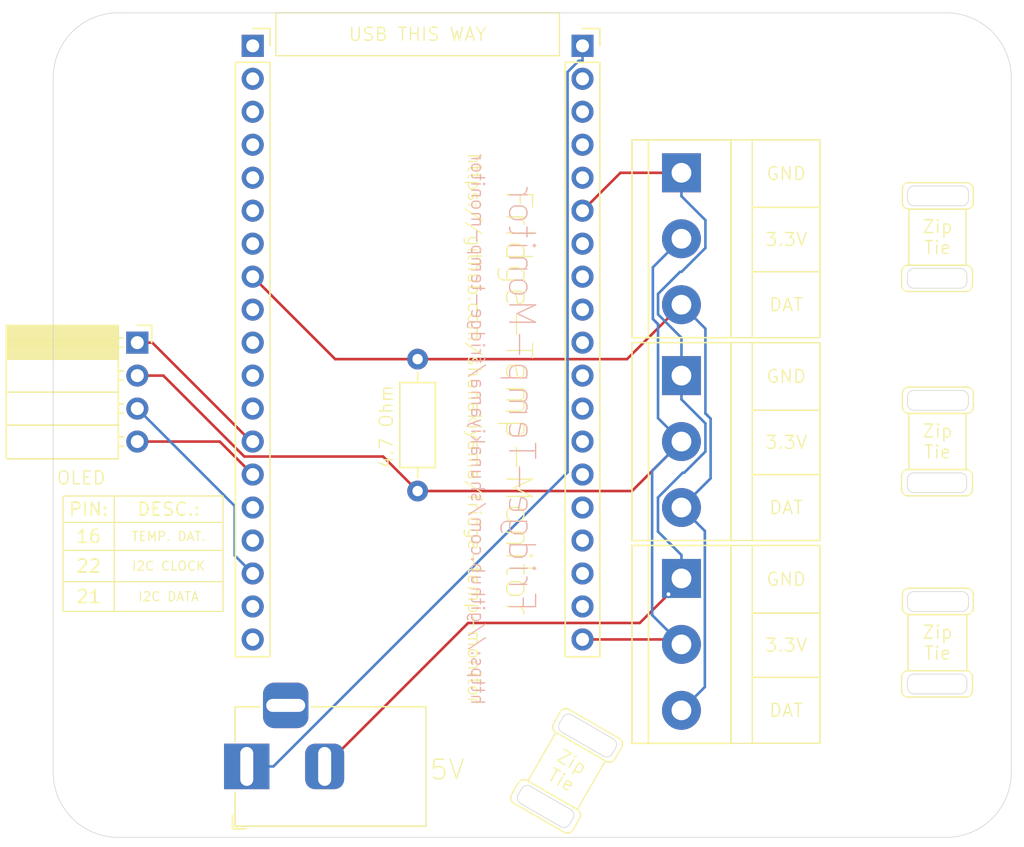
<source format=kicad_pcb>
(kicad_pcb (version 20241229) (generator "pcbnew") (generator_version "9.0")
  (layers (0 "F.Cu" signal) (2 "B.Cu" signal) (13 "F.Paste" user) (15 "B.Paste" user) (5 "F.SilkS" user "F.Silkscreen") (7 "B.SilkS" user "B.Silkscreen") (1 "F.Mask" user) (3 "B.Mask" user) (25 "Edge.Cuts" user))
  (net 0 "")
  (net 2 "Net-(J1-Pin_19)")
  (net 3 "Net-(J1-Pin_6)")
  (net 4 "Net-(J2-Pin_8)")
  (net 28 "Net-(J2-Pin_17)")
  (net 34 "Net-(J2-Pin_14)")
  (net 35 "Net-(J2-Pin_13)")
  (net 38 "Net-(J1-Pin_1)")
  (footprint "TerminalBlock:TerminalBlock_bornier-3_P5.08mm" (layer "F.Cu") (at 162.56 83.82 -90)
    (property "Reference" "J4" (hide yes))
    (property "Value" "DS18B12")
    (fp_line (start -2.54 3.81) (end 12.7 3.81) (stroke (width 0.12)) (layer "F.SilkS"))
    (fp_line (start -2.54 3.81) (end -2.54 -3.81) (stroke (width 0.12)) (layer "F.SilkS"))
    (fp_line (start 12.7 3.81) (end 12.7 -3.81) (stroke (width 0.12)) (layer "F.SilkS"))
    (fp_line (start -2.54 2.54) (end 12.7 2.54) (stroke (width 0.12)) (layer "F.SilkS"))
    (fp_line (start -2.54 -3.81) (end 12.7 -3.81) (stroke (width 0.12)) (layer "F.SilkS"))
    (pad "1" thru_hole rect (at 0 0 270) (size 3 3) (drill 1.52) (layers "*.Cu" "*.Mask") (net 3 "Net-(J1-Pin_6)"))
    (pad "2" thru_hole circle (at 5.08 0 270) (size 3 3) (drill 1.52) (layers "*.Cu" "*.Mask") (net 2 "Net-(J1-Pin_19)"))
    (pad "3" thru_hole circle (at 10.16 0 270) (size 3 3) (drill 1.52) (layers "*.Cu" "*.Mask") (net 4 "Net-(J2-Pin_8)"))
  )
  (footprint "Resistor_THT:R_Axial_DIN0207_L6.3mm_D2.5mm_P10.16mm_Horizontal" (layer "F.Cu") (at 142.24 92.71 90)
    (property "Reference" "R1" (hide yes))
    (property "Value" "4.7 Ohm")
    (fp_line (start 8.35 -1.37) (end 1.81 -1.37) (stroke (width 0.12)) (layer "F.SilkS"))
    (fp_line (start 1.81 -1.37) (end 1.81 1.37) (stroke (width 0.12)) (layer "F.SilkS"))
    (fp_line (start 9.12 0) (end 8.35 0) (stroke (width 0.12)) (layer "F.SilkS"))
    (fp_line (start 1.04 0) (end 1.81 0) (stroke (width 0.12)) (layer "F.SilkS"))
    (fp_line (start 8.35 1.37) (end 8.35 -1.37) (stroke (width 0.12)) (layer "F.SilkS"))
    (fp_line (start 1.81 1.37) (end 8.35 1.37) (stroke (width 0.12)) (layer "F.SilkS"))
    (pad "1" thru_hole circle (at 0 0 90) (size 1.6 1.6) (drill 0.8) (layers "*.Cu" "*.Mask") (net 2 "Net-(J1-Pin_19)"))
    (pad "2" thru_hole oval (at 10.16 0 90) (size 1.6 1.6) (drill 0.8) (layers "*.Cu" "*.Mask") (net 4 "Net-(J2-Pin_8)"))
  )
  (footprint "TerminalBlock:TerminalBlock_bornier-3_P5.08mm" (layer "F.Cu") (at 162.56 99.441 -90)
    (property "Reference" "J5" (hide yes))
    (property "Value" "DS18B12")
    (fp_line (start -2.54 3.81) (end 12.7 3.81) (stroke (width 0.12)) (layer "F.SilkS"))
    (fp_line (start -2.54 3.81) (end -2.54 -3.81) (stroke (width 0.12)) (layer "F.SilkS"))
    (fp_line (start 12.7 3.81) (end 12.7 -3.81) (stroke (width 0.12)) (layer "F.SilkS"))
    (fp_line (start -2.54 2.54) (end 12.7 2.54) (stroke (width 0.12)) (layer "F.SilkS"))
    (fp_line (start -2.54 -3.81) (end 12.7 -3.81) (stroke (width 0.12)) (layer "F.SilkS"))
    (pad "1" thru_hole rect (at 0 0 270) (size 3 3) (drill 1.52) (layers "*.Cu" "*.Mask") (net 3 "Net-(J1-Pin_6)"))
    (pad "2" thru_hole circle (at 5.08 0 270) (size 3 3) (drill 1.52) (layers "*.Cu" "*.Mask") (net 2 "Net-(J1-Pin_19)"))
    (pad "3" thru_hole circle (at 10.16 0 270) (size 3 3) (drill 1.52) (layers "*.Cu" "*.Mask") (net 4 "Net-(J2-Pin_8)"))
  )
  (footprint "Connector_PinSocket_2.54mm:PinSocket_1x04_P2.54mm_Horizontal" (layer "F.Cu") (at 120.65 81.28)
    (property "Reference" "J7" (hide yes))
    (property "Value" "OLED")
    (fp_line (start -10.09 -1.33) (end -10.09 8.95) (stroke (width 0.12)) (layer "F.SilkS"))
    (fp_line (start -10.09 -1.33) (end -1.46 -1.33) (stroke (width 0.12)) (layer "F.SilkS"))
    (fp_line (start -10.09 -1.21) (end -1.46 -1.21) (stroke (width 0.12)) (layer "F.SilkS"))
    (fp_line (start -10.09 -1.091905) (end -1.46 -1.091905) (stroke (width 0.12)) (layer "F.SilkS"))
    (fp_line (start -10.09 -0.97381) (end -1.46 -0.97381) (stroke (width 0.12)) (layer "F.SilkS"))
    (fp_line (start -10.09 -0.855715) (end -1.46 -0.855715) (stroke (width 0.12)) (layer "F.SilkS"))
    (fp_line (start -10.09 -0.73762) (end -1.46 -0.73762) (stroke (width 0.12)) (layer "F.SilkS"))
    (fp_line (start -10.09 -0.619525) (end -1.46 -0.619525) (stroke (width 0.12)) (layer "F.SilkS"))
    (fp_line (start -10.09 -0.50143) (end -1.46 -0.50143) (stroke (width 0.12)) (layer "F.SilkS"))
    (fp_line (start -10.09 -0.383335) (end -1.46 -0.383335) (stroke (width 0.12)) (layer "F.SilkS"))
    (fp_line (start -10.09 -0.26524) (end -1.46 -0.26524) (stroke (width 0.12)) (layer "F.SilkS"))
    (fp_line (start -10.09 -0.147145) (end -1.46 -0.147145) (stroke (width 0.12)) (layer "F.SilkS"))
    (fp_line (start -10.09 -0.02905) (end -1.46 -0.02905) (stroke (width 0.12)) (layer "F.SilkS"))
    (fp_line (start -10.09 0.089045) (end -1.46 0.089045) (stroke (width 0.12)) (layer "F.SilkS"))
    (fp_line (start -10.09 0.20714) (end -1.46 0.20714) (stroke (width 0.12)) (layer "F.SilkS"))
    (fp_line (start -10.09 0.325235) (end -1.46 0.325235) (stroke (width 0.12)) (layer "F.SilkS"))
    (fp_line (start -10.09 0.44333) (end -1.46 0.44333) (stroke (width 0.12)) (layer "F.SilkS"))
    (fp_line (start -10.09 0.561425) (end -1.46 0.561425) (stroke (width 0.12)) (layer "F.SilkS"))
    (fp_line (start -10.09 0.67952) (end -1.46 0.67952) (stroke (width 0.12)) (layer "F.SilkS"))
    (fp_line (start -10.09 0.797615) (end -1.46 0.797615) (stroke (width 0.12)) (layer "F.SilkS"))
    (fp_line (start -10.09 0.91571) (end -1.46 0.91571) (stroke (width 0.12)) (layer "F.SilkS"))
    (fp_line (start -10.09 1.033805) (end -1.46 1.033805) (stroke (width 0.12)) (layer "F.SilkS"))
    (fp_line (start -10.09 1.1519) (end -1.46 1.1519) (stroke (width 0.12)) (layer "F.SilkS"))
    (fp_line (start -10.09 1.27) (end -1.46 1.27) (stroke (width 0.12)) (layer "F.SilkS"))
    (fp_line (start -10.09 3.81) (end -1.46 3.81) (stroke (width 0.12)) (layer "F.SilkS"))
    (fp_line (start -10.09 6.35) (end -1.46 6.35) (stroke (width 0.12)) (layer "F.SilkS"))
    (fp_line (start -10.09 8.95) (end -1.46 8.95) (stroke (width 0.12)) (layer "F.SilkS"))
    (fp_line (start -1.46 -1.33) (end -1.46 8.95) (stroke (width 0.12)) (layer "F.SilkS"))
    (fp_line (start -1.46 -0.36) (end -1.11 -0.36) (stroke (width 0.12)) (layer "F.SilkS"))
    (fp_line (start -1.46 0.36) (end -1.11 0.36) (stroke (width 0.12)) (layer "F.SilkS"))
    (fp_line (start -1.46 2.18) (end -1.05 2.18) (stroke (width 0.12)) (layer "F.SilkS"))
    (fp_line (start -1.46 2.9) (end -1.05 2.9) (stroke (width 0.12)) (layer "F.SilkS"))
    (fp_line (start -1.46 4.72) (end -1.05 4.72) (stroke (width 0.12)) (layer "F.SilkS"))
    (fp_line (start -1.46 5.44) (end -1.05 5.44) (stroke (width 0.12)) (layer "F.SilkS"))
    (fp_line (start -1.46 7.26) (end -1.05 7.26) (stroke (width 0.12)) (layer "F.SilkS"))
    (fp_line (start -1.46 7.98) (end -1.05 7.98) (stroke (width 0.12)) (layer "F.SilkS"))
    (fp_line (start 0 -1.33) (end 1.11 -1.33) (stroke (width 0.12)) (layer "F.SilkS"))
    (fp_line (start 1.11 -1.33) (end 1.11 0) (stroke (width 0.12)) (layer "F.SilkS"))
    (pad "1" thru_hole rect (at 0 0) (size 1.7 1.7) (drill 1) (layers "*.Cu" "*.Mask") (net 35 "Net-(J2-Pin_13)"))
    (pad "2" thru_hole circle (at 0 2.54) (size 1.7 1.7) (drill 1) (layers "*.Cu" "*.Mask") (net 2 "Net-(J1-Pin_19)"))
    (pad "3" thru_hole circle (at 0 5.08) (size 1.7 1.7) (drill 1) (layers "*.Cu" "*.Mask") (net 28 "Net-(J2-Pin_17)"))
    (pad "4" thru_hole circle (at 0 7.62) (size 1.7 1.7) (drill 1) (layers "*.Cu" "*.Mask") (net 34 "Net-(J2-Pin_14)"))
  )
  (footprint "TerminalBlock:TerminalBlock_bornier-3_P5.08mm" (layer "F.Cu") (at 162.56 68.199 -90)
    (property "Reference" "J3" (hide yes))
    (property "Value" "DS18B12")
    (fp_line (start -2.54 3.81) (end 12.7 3.81) (stroke (width 0.12)) (layer "F.SilkS"))
    (fp_line (start -2.54 3.81) (end -2.54 -3.81) (stroke (width 0.12)) (layer "F.SilkS"))
    (fp_line (start 12.7 3.81) (end 12.7 -3.81) (stroke (width 0.12)) (layer "F.SilkS"))
    (fp_line (start -2.54 2.54) (end 12.7 2.54) (stroke (width 0.12)) (layer "F.SilkS"))
    (fp_line (start -2.54 -3.81) (end 12.7 -3.81) (stroke (width 0.12)) (layer "F.SilkS"))
    (pad "1" thru_hole rect (at 0 0 270) (size 3 3) (drill 1.52) (layers "*.Cu" "*.Mask") (net 3 "Net-(J1-Pin_6)"))
    (pad "2" thru_hole circle (at 5.08 0 270) (size 3 3) (drill 1.52) (layers "*.Cu" "*.Mask") (net 2 "Net-(J1-Pin_19)"))
    (pad "3" thru_hole circle (at 10.16 0 270) (size 3 3) (drill 1.52) (layers "*.Cu" "*.Mask") (net 4 "Net-(J2-Pin_8)"))
  )
  (footprint "MountingHole:MountingHole_5mm" (layer "F.Cu") (at 120.396 113.284)
    (property "Reference" "Bottom_Left" (hide yes))
    (property "Value" "MountingHole_5mm")
    (pad "" np_thru_hole circle (at 0 0) (size 5 5) (drill 5) (layers "*.Cu" "*.Mask"))
  )
  (footprint "MountingHole:MountingHole_5mm" (layer "F.Cu") (at 181.61 62.23 90)
    (property "Reference" "Top_Right" (hide yes))
    (property "Value" "MountingHole_5mm")
    (pad "" np_thru_hole circle (at 0 0 90) (size 5 5) (drill 5) (layers "*.Cu" "*.Mask"))
  )
  (footprint "Connector_PinSocket_2.54mm:PinSocket_1x19_P2.54mm_Vertical" (layer "F.Cu") (at 129.54 58.42)
    (property "Reference" "J2" (hide yes))
    (property "Value" "ESP32_LEG" (hide yes))
    (fp_line (start -1.33 1.27) (end -1.33 47.05) (stroke (width 0.12)) (layer "F.SilkS"))
    (fp_line (start -1.33 1.27) (end 1.33 1.27) (stroke (width 0.12)) (layer "F.SilkS"))
    (fp_line (start -1.33 47.05) (end 1.33 47.05) (stroke (width 0.12)) (layer "F.SilkS"))
    (fp_line (start 0 -1.33) (end 1.33 -1.33) (stroke (width 0.12)) (layer "F.SilkS"))
    (fp_line (start 1.33 -1.33) (end 1.33 0) (stroke (width 0.12)) (layer "F.SilkS"))
    (fp_line (start 1.33 1.27) (end 1.33 47.05) (stroke (width 0.12)) (layer "F.SilkS"))
    (pad "1" thru_hole rect (at 0 0) (size 1.7 1.7) (drill 1) (layers "*.Cu" "*.Mask"))
    (pad "2" thru_hole circle (at 0 2.54) (size 1.7 1.7) (drill 1) (layers "*.Cu" "*.Mask"))
    (pad "3" thru_hole circle (at 0 5.08) (size 1.7 1.7) (drill 1) (layers "*.Cu" "*.Mask"))
    (pad "4" thru_hole circle (at 0 7.62) (size 1.7 1.7) (drill 1) (layers "*.Cu" "*.Mask"))
    (pad "5" thru_hole circle (at 0 10.16) (size 1.7 1.7) (drill 1) (layers "*.Cu" "*.Mask"))
    (pad "6" thru_hole circle (at 0 12.7) (size 1.7 1.7) (drill 1) (layers "*.Cu" "*.Mask"))
    (pad "7" thru_hole circle (at 0 15.24) (size 1.7 1.7) (drill 1) (layers "*.Cu" "*.Mask"))
    (pad "8" thru_hole circle (at 0 17.78) (size 1.7 1.7) (drill 1) (layers "*.Cu" "*.Mask") (net 4 "Net-(J2-Pin_8)"))
    (pad "9" thru_hole circle (at 0 20.32) (size 1.7 1.7) (drill 1) (layers "*.Cu" "*.Mask"))
    (pad "10" thru_hole circle (at 0 22.86) (size 1.7 1.7) (drill 1) (layers "*.Cu" "*.Mask"))
    (pad "11" thru_hole circle (at 0 25.4) (size 1.7 1.7) (drill 1) (layers "*.Cu" "*.Mask"))
    (pad "12" thru_hole circle (at 0 27.94) (size 1.7 1.7) (drill 1) (layers "*.Cu" "*.Mask"))
    (pad "13" thru_hole circle (at 0 30.48) (size 1.7 1.7) (drill 1) (layers "*.Cu" "*.Mask") (net 35 "Net-(J2-Pin_13)"))
    (pad "14" thru_hole circle (at 0 33.02) (size 1.7 1.7) (drill 1) (layers "*.Cu" "*.Mask") (net 34 "Net-(J2-Pin_14)"))
    (pad "15" thru_hole circle (at 0 35.56) (size 1.7 1.7) (drill 1) (layers "*.Cu" "*.Mask"))
    (pad "16" thru_hole circle (at 0 38.1) (size 1.7 1.7) (drill 1) (layers "*.Cu" "*.Mask"))
    (pad "17" thru_hole circle (at 0 40.64) (size 1.7 1.7) (drill 1) (layers "*.Cu" "*.Mask") (net 28 "Net-(J2-Pin_17)"))
    (pad "18" thru_hole circle (at 0 43.18) (size 1.7 1.7) (drill 1) (layers "*.Cu" "*.Mask"))
    (pad "19" thru_hole circle (at 0 45.72) (size 1.7 1.7) (drill 1) (layers "*.Cu" "*.Mask"))
  )
  (footprint "Connector_PinSocket_2.54mm:PinSocket_1x19_P2.54mm_Vertical" (layer "F.Cu") (at 154.94 58.42)
    (property "Reference" "J1" (hide yes))
    (property "Value" "ESP32_LEG" (hide yes))
    (fp_line (start -1.33 1.27) (end -1.33 47.05) (stroke (width 0.12)) (layer "F.SilkS"))
    (fp_line (start -1.33 1.27) (end 1.33 1.27) (stroke (width 0.12)) (layer "F.SilkS"))
    (fp_line (start -1.33 47.05) (end 1.33 47.05) (stroke (width 0.12)) (layer "F.SilkS"))
    (fp_line (start 0 -1.33) (end 1.33 -1.33) (stroke (width 0.12)) (layer "F.SilkS"))
    (fp_line (start 1.33 -1.33) (end 1.33 0) (stroke (width 0.12)) (layer "F.SilkS"))
    (fp_line (start 1.33 1.27) (end 1.33 47.05) (stroke (width 0.12)) (layer "F.SilkS"))
    (pad "1" thru_hole rect (at 0 0) (size 1.7 1.7) (drill 1) (layers "*.Cu" "*.Mask") (net 38 "Net-(J1-Pin_1)"))
    (pad "2" thru_hole circle (at 0 2.54) (size 1.7 1.7) (drill 1) (layers "*.Cu" "*.Mask"))
    (pad "3" thru_hole circle (at 0 5.08) (size 1.7 1.7) (drill 1) (layers "*.Cu" "*.Mask"))
    (pad "4" thru_hole circle (at 0 7.62) (size 1.7 1.7) (drill 1) (layers "*.Cu" "*.Mask"))
    (pad "5" thru_hole circle (at 0 10.16) (size 1.7 1.7) (drill 1) (layers "*.Cu" "*.Mask"))
    (pad "6" thru_hole circle (at 0 12.7) (size 1.7 1.7) (drill 1) (layers "*.Cu" "*.Mask") (net 3 "Net-(J1-Pin_6)"))
    (pad "7" thru_hole circle (at 0 15.24) (size 1.7 1.7) (drill 1) (layers "*.Cu" "*.Mask"))
    (pad "8" thru_hole circle (at 0 17.78) (size 1.7 1.7) (drill 1) (layers "*.Cu" "*.Mask"))
    (pad "9" thru_hole circle (at 0 20.32) (size 1.7 1.7) (drill 1) (layers "*.Cu" "*.Mask"))
    (pad "10" thru_hole circle (at 0 22.86) (size 1.7 1.7) (drill 1) (layers "*.Cu" "*.Mask"))
    (pad "11" thru_hole circle (at 0 25.4) (size 1.7 1.7) (drill 1) (layers "*.Cu" "*.Mask"))
    (pad "12" thru_hole circle (at 0 27.94) (size 1.7 1.7) (drill 1) (layers "*.Cu" "*.Mask"))
    (pad "13" thru_hole circle (at 0 30.48) (size 1.7 1.7) (drill 1) (layers "*.Cu" "*.Mask"))
    (pad "14" thru_hole circle (at 0 33.02) (size 1.7 1.7) (drill 1) (layers "*.Cu" "*.Mask"))
    (pad "15" thru_hole circle (at 0 35.56) (size 1.7 1.7) (drill 1) (layers "*.Cu" "*.Mask"))
    (pad "16" thru_hole circle (at 0 38.1) (size 1.7 1.7) (drill 1) (layers "*.Cu" "*.Mask"))
    (pad "17" thru_hole circle (at 0 40.64) (size 1.7 1.7) (drill 1) (layers "*.Cu" "*.Mask"))
    (pad "18" thru_hole circle (at 0 43.18) (size 1.7 1.7) (drill 1) (layers "*.Cu" "*.Mask"))
    (pad "19" thru_hole circle (at 0 45.72) (size 1.7 1.7) (drill 1) (layers "*.Cu" "*.Mask") (net 2 "Net-(J1-Pin_19)"))
  )
  (footprint "Connector_BarrelJack:BarrelJack_Horizontal" (layer "F.Cu") (at 129.08 113.92 180)
    (property "Reference" "J6" (hide yes))
    (property "Value" "Barrel_Jack_Switch" (hide yes))
    (fp_line (start 1.1 -3.75) (end 1.1 -4.8) (stroke (width 0.12)) (layer "F.SilkS"))
    (fp_line (start 0.9 4.6) (end -1 4.6) (stroke (width 0.12)) (layer "F.SilkS"))
    (fp_line (start 0.9 1.9) (end 0.9 4.6) (stroke (width 0.12)) (layer "F.SilkS"))
    (fp_line (start 0.9 -4.6) (end 0.9 -2) (stroke (width 0.12)) (layer "F.SilkS"))
    (fp_line (start 0.05 -4.8) (end 1.1 -4.8) (stroke (width 0.12)) (layer "F.SilkS"))
    (fp_line (start -5 4.6) (end -13.8 4.6) (stroke (width 0.12)) (layer "F.SilkS"))
    (fp_line (start -13.8 4.6) (end -13.8 -4.6) (stroke (width 0.12)) (layer "F.SilkS"))
    (fp_line (start -13.8 -4.6) (end 0.9 -4.6) (stroke (width 0.12)) (layer "F.SilkS"))
    (pad "1" thru_hole rect (at 0 0 180) (size 3.5 3.5) (drill oval 1 3) (layers "*.Cu" "*.Mask") (net 38 "Net-(J1-Pin_1)"))
    (pad "2" thru_hole roundrect (at -6 0 180) (size 3 3.5) (drill oval 1 3) (layers "*.Cu" "*.Mask") (net 3 "Net-(J1-Pin_6)"))
    (pad "3" thru_hole roundrect (at -3 4.7 180) (size 3.5 3.5) (drill oval 3 1) (layers "*.Cu" "*.Mask"))
  )
  (footprint "MountingHole:MountingHole_5mm" (layer "F.Cu") (at 181.61 113.284)
    (property "Reference" "Bottom_Right" (hide yes))
    (property "Value" "MountingHole_5mm")
    (pad "" np_thru_hole circle (at 0 0) (size 5 5) (drill 5) (layers "*.Cu" "*.Mask"))
  )
  (footprint "MountingHole:MountingHole_5mm" (layer "F.Cu") (at 120.396 61.976)
    (property "Reference" "Top_Left" (hide yes))
    (property "Value" "MountingHole_5mm")
    (pad "" np_thru_hole circle (at 0 0) (size 5 5) (drill 5) (layers "*.Cu" "*.Mask"))
  )
  (gr_arc (start 179.5145 107.045) (mid 179.660947 106.691447) (end 180.0145 106.545) (stroke (width 0.1)) (layer "F.SilkS"))
  (gr_line (start 179.5145 76.843) (end 179.5145 75.811) (stroke (width 0.1)) (layer "F.SilkS"))
  (gr_arc (start 184.9755 76.843) (mid 184.829053 77.196553) (end 184.4755 77.343) (stroke (width 0.1)) (layer "F.SilkS"))
  (gr_line (start 184.4755 93.083) (end 180.0145 93.083) (stroke (width 0.1)) (layer "F.SilkS"))
  (gr_line (start 185.039 100.695) (end 185.039 101.727) (stroke (width 0.1)) (layer "F.SilkS"))
  (gr_arc (start 184.4755 106.545) (mid 184.829053 106.691447) (end 184.9755 107.045) (stroke (width 0.1)) (layer "F.SilkS"))
  (gr_line (start 185.039 69.461) (end 185.039 70.493) (stroke (width 0.1)) (layer "F.SilkS"))
  (gr_line (start 180.0145 91.051) (end 184.4755 91.051) (stroke (width 0.1)) (layer "F.SilkS"))
  (gr_arc (start 184.9755 108.077) (mid 184.829053 108.430553) (end 184.4755 108.577) (stroke (width 0.1)) (layer "F.SilkS"))
  (gr_arc (start 149.994248 115.187147) (mid 150.297851 114.954184) (end 150.677261 115.004134) (stroke (width 0.1)) (layer "F.SilkS"))
  (gr_line (start 179.578 86.233) (end 179.578 85.201) (stroke (width 0.1)) (layer "F.SilkS"))
  (gr_arc (start 179.5145 75.811) (mid 179.660947 75.457447) (end 180.0145 75.311) (stroke (width 0.1)) (layer "F.SilkS"))
  (gr_line (start 168.021 96.901) (end 168.021 112.141) (stroke (width 0.1)) (layer "F.SilkS"))
  (gr_line (start 180.078 84.701) (end 184.539 84.701) (stroke (width 0.1)) (layer "F.SilkS"))
  (gr_line (start 184.539 70.993) (end 180.078 70.993) (stroke (width 0.1)) (layer "F.SilkS"))
  (gr_line (start 184.9755 91.551) (end 184.9755 92.583) (stroke (width 0.1)) (layer "F.SilkS"))
  (gr_line (start 150.677261 115.004134) (end 154.5406 117.234634) (stroke (width 0.1)) (layer "F.SilkS"))
  (gr_arc (start 154.207613 118.811385) (mid 153.904009 119.044347) (end 153.5246 118.994397) (stroke (width 0.1)) (layer "F.SilkS"))
  (gr_line (start 179.5145 92.583) (end 179.5145 91.551) (stroke (width 0.1)) (layer "F.SilkS"))
  (gr_line (start 156.754593 113.526886) (end 152.891254 111.296386) (stroke (width 0.1)) (layer "F.SilkS"))
  (gr_line (start 184.539 102.227) (end 180.078 102.227) (stroke (width 0.1)) (layer "F.SilkS"))
  (gr_arc (start 179.5145 91.551) (mid 179.660947 91.197447) (end 180.0145 91.051) (stroke (width 0.1)) (layer "F.SilkS"))
  (gr_arc (start 180.0145 108.577) (mid 179.660947 108.430553) (end 179.5145 108.077) (stroke (width 0.1)) (layer "F.SilkS"))
  (gr_line (start 152.708241 110.613373) (end 153.224241 109.719635) (stroke (width 0.1)) (layer "F.SilkS"))
  (gr_arc (start 185.039 70.493) (mid 184.892553 70.846553) (end 184.539 70.993) (stroke (width 0.1)) (layer "F.SilkS"))
  (gr_line (start 179.5145 108.077) (end 179.5145 107.045) (stroke (width 0.1)) (layer "F.SilkS"))
  (gr_arc (start 184.539 84.701) (mid 184.892553 84.847447) (end 185.039 85.201) (stroke (width 0.1)) (layer "F.SilkS"))
  (gr_arc (start 185.039 86.233) (mid 184.892553 86.586553) (end 184.539 86.733) (stroke (width 0.1)) (layer "F.SilkS"))
  (gr_arc (start 184.9755 92.583) (mid 184.829053 92.936553) (end 184.4755 93.083) (stroke (width 0.1)) (layer "F.SilkS"))
  (gr_line (start 168.021 81.28) (end 168.021 96.52) (stroke (width 0.1)) (layer "F.SilkS"))
  (gr_arc (start 179.578 85.201) (mid 179.724447 84.847447) (end 180.078 84.701) (stroke (width 0.1)) (layer "F.SilkS"))
  (gr_arc (start 185.039 101.727) (mid 184.892553 102.080553) (end 184.539 102.227) (stroke (width 0.1)) (layer "F.SilkS"))
  (gr_line (start 184.9755 75.811) (end 184.9755 76.843) (stroke (width 0.1)) (layer "F.SilkS"))
  (gr_arc (start 179.578 69.461) (mid 179.724447 69.107447) (end 180.078 68.961) (stroke (width 0.1)) (layer "F.SilkS"))
  (gr_arc (start 152.891254 111.296386) (mid 152.658291 110.992783) (end 152.708241 110.613373) (stroke (width 0.1)) (layer "F.SilkS"))
  (gr_arc (start 184.539 68.961) (mid 184.892553 69.107447) (end 185.039 69.461) (stroke (width 0.1)) (layer "F.SilkS"))
  (gr_arc (start 180.078 70.993) (mid 179.724447 70.846553) (end 179.578 70.493) (stroke (width 0.1)) (layer "F.SilkS"))
  (gr_line (start 149.478248 116.080885) (end 149.994248 115.187147) (stroke (width 0.1)) (layer "F.SilkS"))
  (gr_line (start 180.0145 75.311) (end 184.4755 75.311) (stroke (width 0.1)) (layer "F.SilkS"))
  (gr_arc (start 184.4755 91.051) (mid 184.829053 91.197447) (end 184.9755 91.551) (stroke (width 0.1)) (layer "F.SilkS"))
  (gr_line (start 179.578 101.727) (end 179.578 100.695) (stroke (width 0.1)) (layer "F.SilkS"))
  (gr_arc (start 180.0145 93.083) (mid 179.660947 92.936553) (end 179.5145 92.583) (stroke (width 0.1)) (layer "F.SilkS"))
  (gr_line (start 180.078 68.961) (end 184.539 68.961) (stroke (width 0.1)) (layer "F.SilkS"))
  (gr_line (start 180.078 100.195) (end 184.539 100.195) (stroke (width 0.1)) (layer "F.SilkS"))
  (gr_line (start 153.5246 118.994397) (end 149.661261 116.763897) (stroke (width 0.1)) (layer "F.SilkS"))
  (gr_line (start 185.039 85.201) (end 185.039 86.233) (stroke (width 0.1)) (layer "F.SilkS"))
  (gr_arc (start 180.078 86.733) (mid 179.724447 86.586553) (end 179.578 86.233) (stroke (width 0.1)) (layer "F.SilkS"))
  (gr_arc (start 149.661261 116.763897) (mid 149.428298 116.460294) (end 149.478248 116.080885) (stroke (width 0.1)) (layer "F.SilkS"))
  (gr_line (start 154.723613 117.917647) (end 154.207613 118.811385) (stroke (width 0.1)) (layer "F.SilkS"))
  (gr_arc (start 154.5406 117.234634) (mid 154.773563 117.538237) (end 154.723613 117.917647) (stroke (width 0.1)) (layer "F.SilkS"))
  (gr_line (start 184.9755 107.045) (end 184.9755 108.077) (stroke (width 0.1)) (layer "F.SilkS"))
  (gr_line (start 184.4755 108.577) (end 180.0145 108.577) (stroke (width 0.1)) (layer "F.SilkS"))
  (gr_line (start 168.021 65.659) (end 168.021 80.899) (stroke (width 0.1)) (layer "F.SilkS"))
  (gr_arc (start 157.770593 111.767123) (mid 158.003556 112.070726) (end 157.953606 112.450135) (stroke (width 0.1)) (layer "F.SilkS"))
  (gr_line (start 180.0145 106.545) (end 184.4755 106.545) (stroke (width 0.1)) (layer "F.SilkS"))
  (gr_line (start 184.4755 77.343) (end 180.0145 77.343) (stroke (width 0.1)) (layer "F.SilkS"))
  (gr_arc (start 157.437606 113.343873) (mid 157.134003 113.576836) (end 156.754593 113.526886) (stroke (width 0.1)) (layer "F.SilkS"))
  (gr_rect (start 166.37 81.28) (end 173.228 96.52) (stroke (width 0.1)) (fill no) (layer "F.SilkS"))
  (gr_rect (start 166.37 65.659) (end 173.228 80.899) (stroke (width 0.1)) (fill no) (layer "F.SilkS"))
  (gr_line (start 157.953606 112.450135) (end 157.437606 113.343873) (stroke (width 0.1)) (layer "F.SilkS"))
  (gr_arc (start 184.539 100.195) (mid 184.892553 100.341447) (end 185.039 100.695) (stroke (width 0.1)) (layer "F.SilkS"))
  (gr_arc (start 184.4755 75.311) (mid 184.829053 75.457447) (end 184.9755 75.811) (stroke (width 0.1)) (layer "F.SilkS"))
  (gr_line (start 179.578 70.493) (end 179.578 69.461) (stroke (width 0.1)) (layer "F.SilkS"))
  (gr_line (start 184.539 86.733) (end 180.078 86.733) (stroke (width 0.1)) (layer "F.SilkS"))
  (gr_arc (start 153.224241 109.719635) (mid 153.527845 109.486673) (end 153.907254 109.536623) (stroke (width 0.1)) (layer "F.SilkS"))
  (gr_rect (start 166.37 96.901) (end 173.228 112.141) (stroke (width 0.1)) (fill no) (layer "F.SilkS"))
  (gr_arc (start 180.078 102.227) (mid 179.724447 102.080553) (end 179.578 101.727) (stroke (width 0.1)) (layer "F.SilkS"))
  (gr_arc (start 180.0145 77.343) (mid 179.660947 77.196553) (end 179.5145 76.843) (stroke (width 0.1)) (layer "F.SilkS"))
  (gr_line (start 153.907254 109.536623) (end 157.770593 111.767123) (stroke (width 0.1)) (layer "F.SilkS"))
  (gr_arc (start 179.578 100.695) (mid 179.724447 100.341447) (end 180.078 100.195) (stroke (width 0.1)) (layer "F.SilkS"))
  (gr_arc (start 150.248197 115.636295) (mid 150.5518 115.403333) (end 150.931209 115.453283) (stroke (width 0.05)) (layer "Edge.Cuts"))
  (gr_line (start 154.106209 109.954021) (end 157.309637 111.803521) (stroke (width 0.05)) (layer "Edge.Cuts"))
  (gr_arc (start 184.039 106.807) (mid 184.392553 106.953447) (end 184.539 107.307) (stroke (width 0.05)) (layer "Edge.Cuts"))
  (gr_line (start 179.967 107.831) (end 179.967 107.307) (stroke (width 0.05)) (layer "Edge.Cuts"))
  (gr_line (start 156.547637 113.123344) (end 153.344209 111.273844) (stroke (width 0.05)) (layer "Edge.Cuts"))
  (gr_arc (start 153.423197 110.137034) (mid 153.7268 109.904071) (end 154.106209 109.954021) (stroke (width 0.05)) (layer "Edge.Cuts"))
  (gr_arc (start 154.024652 117.239283) (mid 154.257615 117.542886) (end 154.207665 117.922295) (stroke (width 0.05)) (layer "Edge.Cuts"))
  (gr_arc (start 184.666 70.239) (mid 184.519553 70.592553) (end 184.166 70.739) (stroke (width 0.05)) (layer "Edge.Cuts"))
  (gr_line (start 180.467 69.215) (end 184.166 69.215) (stroke (width 0.05)) (layer "Edge.Cuts"))
  (gr_arc (start 180.459 86.487) (mid 180.105447 86.340553) (end 179.959 85.987) (stroke (width 0.05)) (layer "Edge.Cuts"))
  (gr_line (start 184.666 100.957) (end 184.666 101.481) (stroke (width 0.05)) (layer "Edge.Cuts"))
  (gr_line (start 182.96 119.38) (end 119.173 119.38) (stroke (width 0.05)) (layer "Edge.Cuts"))
  (gr_arc (start 184.031 91.313) (mid 184.384553 91.459447) (end 184.531 91.813) (stroke (width 0.05)) (layer "Edge.Cuts"))
  (gr_line (start 184.039 77.089) (end 180.467 77.089) (stroke (width 0.05)) (layer "Edge.Cuts"))
  (gr_arc (start 114.173 60.88) (mid 115.637466 57.344466) (end 119.173 55.88) (stroke (width 0.05)) (layer "Edge.Cuts"))
  (gr_arc (start 184.539 107.831) (mid 184.392553 108.184553) (end 184.039 108.331) (stroke (width 0.05)) (layer "Edge.Cuts"))
  (gr_line (start 153.161197 110.590831) (end 153.423197 110.137034) (stroke (width 0.05)) (layer "Edge.Cuts"))
  (gr_line (start 184.166 70.739) (end 180.467 70.739) (stroke (width 0.05)) (layer "Edge.Cuts"))
  (gr_line (start 184.658 85.463) (end 184.658 85.987) (stroke (width 0.05)) (layer "Edge.Cuts"))
  (gr_arc (start 179.967 100.957) (mid 180.113447 100.603447) (end 180.467 100.457) (stroke (width 0.05)) (layer "Edge.Cuts"))
  (gr_line (start 184.539 107.307) (end 184.539 107.831) (stroke (width 0.05)) (layer "Edge.Cuts"))
  (gr_arc (start 184.158 84.963) (mid 184.511553 85.109447) (end 184.658 85.463) (stroke (width 0.05)) (layer "Edge.Cuts"))
  (gr_line (start 184.666 69.715) (end 184.666 70.239) (stroke (width 0.05)) (layer "Edge.Cuts"))
  (gr_line (start 180.459 91.313) (end 184.031 91.313) (stroke (width 0.05)) (layer "Edge.Cuts"))
  (gr_line (start 179.967 101.481) (end 179.967 100.957) (stroke (width 0.05)) (layer "Edge.Cuts"))
  (gr_line (start 180.467 75.565) (end 184.039 75.565) (stroke (width 0.05)) (layer "Edge.Cuts"))
  (gr_line (start 150.931209 115.453283) (end 154.024652 117.239283) (stroke (width 0.05)) (layer "Edge.Cuts"))
  (gr_line (start 184.539 76.065) (end 184.539 76.589) (stroke (width 0.05)) (layer "Edge.Cuts"))
  (gr_line (start 184.531 91.813) (end 184.531 92.337) (stroke (width 0.05)) (layer "Edge.Cuts"))
  (gr_line (start 179.959 85.987) (end 179.959 85.463) (stroke (width 0.05)) (layer "Edge.Cuts"))
  (gr_line (start 179.967 70.239) (end 179.967 69.715) (stroke (width 0.05)) (layer "Edge.Cuts"))
  (gr_arc (start 180.467 101.981) (mid 180.113447 101.834553) (end 179.967 101.481) (stroke (width 0.05)) (layer "Edge.Cuts"))
  (gr_arc (start 180.467 108.331) (mid 180.113447 108.184553) (end 179.967 107.831) (stroke (width 0.05)) (layer "Edge.Cuts"))
  (gr_line (start 184.158 86.487) (end 180.459 86.487) (stroke (width 0.05)) (layer "Edge.Cuts"))
  (gr_arc (start 187.96 114.38) (mid 186.495534 117.915534) (end 182.96 119.38) (stroke (width 0.05)) (layer "Edge.Cuts"))
  (gr_line (start 149.986197 116.090093) (end 150.248197 115.636295) (stroke (width 0.05)) (layer "Edge.Cuts"))
  (gr_line (start 180.459 84.963) (end 184.158 84.963) (stroke (width 0.05)) (layer "Edge.Cuts"))
  (gr_arc (start 119.173 119.38) (mid 115.637466 117.915534) (end 114.173 114.38) (stroke (width 0.05)) (layer "Edge.Cuts"))
  (gr_line (start 187.96 60.88) (end 187.96 114.38) (stroke (width 0.05)) (layer "Edge.Cuts"))
  (gr_arc (start 150.169209 116.773105) (mid 149.936247 116.469502) (end 149.986197 116.090093) (stroke (width 0.05)) (layer "Edge.Cuts"))
  (gr_arc (start 157.309637 111.803521) (mid 157.5426 112.107124) (end 157.49265 112.486534) (stroke (width 0.05)) (layer "Edge.Cuts"))
  (gr_arc (start 184.531 92.337) (mid 184.384553 92.690553) (end 184.031 92.837) (stroke (width 0.05)) (layer "Edge.Cuts"))
  (gr_line (start 184.039 108.331) (end 180.467 108.331) (stroke (width 0.05)) (layer "Edge.Cuts"))
  (gr_arc (start 179.967 76.065) (mid 180.113447 75.711447) (end 180.467 75.565) (stroke (width 0.05)) (layer "Edge.Cuts"))
  (gr_arc (start 153.945665 118.376093) (mid 153.642061 118.609055) (end 153.262652 118.559105) (stroke (width 0.05)) (layer "Edge.Cuts"))
  (gr_arc (start 180.467 70.739) (mid 180.113447 70.592553) (end 179.967 70.239) (stroke (width 0.05)) (layer "Edge.Cuts"))
  (gr_line (start 114.173 114.38) (end 114.173 60.88) (stroke (width 0.05)) (layer "Edge.Cuts"))
  (gr_arc (start 182.96 55.88) (mid 186.495534 57.344466) (end 187.96 60.88) (stroke (width 0.05)) (layer "Edge.Cuts"))
  (gr_arc (start 153.344209 111.273844) (mid 153.111247 110.97024) (end 153.161197 110.590831) (stroke (width 0.05)) (layer "Edge.Cuts"))
  (gr_arc (start 157.23065 112.940331) (mid 156.927047 113.173294) (end 156.547637 113.123344) (stroke (width 0.05)) (layer "Edge.Cuts"))
  (gr_arc (start 184.666 101.481) (mid 184.519553 101.834553) (end 184.166 101.981) (stroke (width 0.05)) (layer "Edge.Cuts"))
  (gr_line (start 180.467 106.807) (end 184.039 106.807) (stroke (width 0.05)) (layer "Edge.Cuts"))
  (gr_line (start 184.031 92.837) (end 180.459 92.837) (stroke (width 0.05)) (layer "Edge.Cuts"))
  (gr_line (start 184.166 101.981) (end 180.467 101.981) (stroke (width 0.05)) (layer "Edge.Cuts"))
  (gr_arc (start 179.967 107.307) (mid 180.113447 106.953447) (end 180.467 106.807) (stroke (width 0.05)) (layer "Edge.Cuts"))
  (gr_arc (start 179.967 69.715) (mid 180.113447 69.361447) (end 180.467 69.215) (stroke (width 0.05)) (layer "Edge.Cuts"))
  (gr_arc (start 184.658 85.987) (mid 184.511553 86.340553) (end 184.158 86.487) (stroke (width 0.05)) (layer "Edge.Cuts"))
  (gr_arc (start 184.166 100.457) (mid 184.519553 100.603447) (end 184.666 100.957) (stroke (width 0.05)) (layer "Edge.Cuts"))
  (gr_line (start 179.959 92.337) (end 179.959 91.813) (stroke (width 0.05)) (layer "Edge.Cuts"))
  (gr_line (start 157.49265 112.486534) (end 157.23065 112.940331) (stroke (width 0.05)) (layer "Edge.Cuts"))
  (gr_arc (start 179.959 91.813) (mid 180.105447 91.459447) (end 180.459 91.313) (stroke (width 0.05)) (layer "Edge.Cuts"))
  (gr_line (start 154.207665 117.922295) (end 153.945665 118.376093) (stroke (width 0.05)) (layer "Edge.Cuts"))
  (gr_arc (start 184.039 75.565) (mid 184.392553 75.711447) (end 184.539 76.065) (stroke (width 0.05)) (layer "Edge.Cuts"))
  (gr_arc (start 184.539 76.589) (mid 184.392553 76.942553) (end 184.039 77.089) (stroke (width 0.05)) (layer "Edge.Cuts"))
  (gr_line (start 119.173 55.88) (end 182.96 55.88) (stroke (width 0.05)) (layer "Edge.Cuts"))
  (gr_arc (start 180.459 92.837) (mid 180.105447 92.690553) (end 179.959 92.337) (stroke (width 0.05)) (layer "Edge.Cuts"))
  (gr_line (start 180.467 100.457) (end 184.166 100.457) (stroke (width 0.05)) (layer "Edge.Cuts"))
  (gr_arc (start 184.166 69.215) (mid 184.519553 69.361447) (end 184.666 69.715) (stroke (width 0.05)) (layer "Edge.Cuts"))
  (gr_line (start 179.967 76.589) (end 179.967 76.065) (stroke (width 0.05)) (layer "Edge.Cuts"))
  (gr_arc (start 179.959 85.463) (mid 180.105447 85.109447) (end 180.459 84.963) (stroke (width 0.05)) (layer "Edge.Cuts"))
  (gr_line (start 153.262652 118.559105) (end 150.169209 116.773105) (stroke (width 0.05)) (layer "Edge.Cuts"))
  (gr_arc (start 180.467 77.089) (mid 180.113447 76.942553) (end 179.967 76.589) (stroke (width 0.05)) (layer "Edge.Cuts"))
  (gr_text "4.7 Ohm" (at 139.827 87.757 90) (layer "F.SilkS") (effects (font (size 1 1) (thickness 0.1))))
  (gr_text "5V" (at 144.526 114.173 0) (layer "F.SilkS") (effects (font (size 1.5 1.5) (thickness 0.1))))
  (gr_text "Fridge-Temp-Monitor" (at 148.844 69.342 270) (layer "F.SilkS") (effects (font (size 2 2) (thickness 0.1)) (justify left bottom)))
  (gr_text "https://github.com/shunakiyama/fridge-temp-monitor" (at 146.028 66.594 270) (layer "F.SilkS") (effects (font (size 1 1) (thickness 0.1)) (justify left bottom)))
  (gr_text "OLED" (at 116.332 91.694 0) (layer "F.SilkS") (effects (font (size 1 1) (thickness 0.1))))
  (gr_text "Fridge-Temp-Monitor" (at 149.076 102.154 270) (layer "B.SilkS") (effects (font (size 2 2) (thickness 0.1)) (justify left bottom mirror)))
  (gr_text "https://github.com/shunakiyama/fridge-temp-monitor" (at 146.282 109.266 270) (layer "B.SilkS") (effects (font (size 1 1) (thickness 0.1)) (justify left bottom mirror)))
  (gr_text_box "USB THIS WAY" (start 131.318 55.88) (end 153.162 59.182) (margins 1.0025 1.0025 1.0025 1.0025) (layer "F.SilkS") (effects (font (size 1 1) (thickness 0.1))) (border yes) (stroke (width 0.1)))
  (gr_text_box "Zip Tie" (pts (xy 152.891254 111.296386) (xy 156.6996 113.495136) (xy 154.5406 117.234634) (xy 150.732254 115.035884)) (margins 1.0025 1.0025 1.0025 1.0025) (angle 330) (layer "F.SilkS") (effects (font (size 1 1) (thickness 0.1))) (border yes) (stroke (width 0.1)))
  (gr_text_box "DAT" (start 168.021 75.819) (end 173.228 80.899) (margins 1.0025 1.0025 1.0025 1.0025) (layer "F.SilkS") (effects (font (size 1 1) (thickness 0.1))) (border yes) (stroke (width 0.1)))
  (gr_text_box "Zip Tie" (start 180.078 70.993) (end 184.4755 75.311) (margins 1.0025 1.0025 1.0025 1.0025) (layer "F.SilkS") (effects (font (size 1 1) (thickness 0.1))) (border yes) (stroke (width 0.1)))
  (gr_text_box "DAT" (start 168.021 107.061) (end 173.228 112.141) (margins 1.0025 1.0025 1.0025 1.0025) (layer "F.SilkS") (effects (font (size 1 1) (thickness 0.1))) (border yes) (stroke (width 0.1)))
  (gr_text_box "3.3V" (start 168.021 70.866) (end 173.228 75.819) (margins 1.0025 1.0025 1.0025 1.0025) (layer "F.SilkS") (effects (font (size 1 1) (thickness 0.1))) (border yes) (stroke (width 0.1)))
  (gr_text_box "Zip Tie" (start 180.0145 102.227) (end 184.539 106.545) (margins 1.0025 1.0025 1.0025 1.0025) (layer "F.SilkS") (effects (font (size 1 1) (thickness 0.1))) (border yes) (stroke (width 0.1)))
  (gr_text_box "3.3V" (start 168.021 102.108) (end 173.228 107.061) (margins 1.0025 1.0025 1.0025 1.0025) (layer "F.SilkS") (effects (font (size 1 1) (thickness 0.1))) (border yes) (stroke (width 0.1)))
  (gr_text_box "Zip Tie" (start 180.078 86.733) (end 184.4755 91.051) (margins 1.0025 1.0025 1.0025 1.0025) (layer "F.SilkS") (effects (font (size 1 1) (thickness 0.1))) (border yes) (stroke (width 0.1)))
  (gr_text_box "GND" (start 168.021 65.659) (end 173.228 70.866) (margins 1.0025 1.0025 1.0025 1.0025) (layer "F.SilkS") (effects (font (size 1 1) (thickness 0.1))) (border yes) (stroke (width 0.1)))
  (gr_text_box "3.3V" (start 168.021 86.487) (end 173.228 91.44) (margins 1.0025 1.0025 1.0025 1.0025) (layer "F.SilkS") (effects (font (size 1 1) (thickness 0.1))) (border yes) (stroke (width 0.1)))
  (gr_text_box "GND" (start 168.021 96.901) (end 173.228 102.108) (margins 1.0025 1.0025 1.0025 1.0025) (layer "F.SilkS") (effects (font (size 1 1) (thickness 0.1))) (border yes) (stroke (width 0.1)))
  (gr_text_box "GND" (start 168.021 81.28) (end 173.228 86.487) (margins 1.0025 1.0025 1.0025 1.0025) (layer "F.SilkS") (effects (font (size 1 1) (thickness 0.1))) (border yes) (stroke (width 0.1)))
  (gr_text_box "DAT" (start 168.021 91.44) (end 173.228 96.52) (margins 1.0025 1.0025 1.0025 1.0025) (layer "F.SilkS") (effects (font (size 1 1) (thickness 0.1))) (border yes) (stroke (width 0.1)))
  (table (column_count 2) (layer "F.SilkS") (border (external yes) (header yes) (stroke (width 0.1))) (separators (rows yes) (cols yes) (stroke (width 0.1))) (column_widths 3.937 8.382) (row_heights 2.032 2.159 2.413 2.286) (cells (table_cell "PIN:" (start 114.935 93.091) (end 118.872 95.123) (margins 1.0025 1.0025 1.0025 1.0025) (span 1 1) (layer "F.SilkS") (effects (font (size 1 1)))) (table_cell "DESC.:" (start 118.872 93.091) (end 127.254 95.123) (margins 1.0025 1.0025 1.0025 1.0025) (span 1 1) (layer "F.SilkS") (effects (font (size 1 1)))) (table_cell "16" (start 114.935 95.123) (end 118.872 97.282) (margins 1.0025 1.0025 1.0025 1.0025) (span 1 1) (layer "F.SilkS") (effects (font (size 1 1)))) (table_cell "TEMP. DAT." (start 118.872 95.123) (end 127.254 97.282) (margins 1.0025 1.0025 1.0025 1.0025) (span 1 1) (layer "F.SilkS") (effects (font (size 0.7 0.7)))) (table_cell "22" (start 114.935 97.282) (end 118.872 99.695) (margins 1.0025 1.0025 1.0025 1.0025) (span 1 1) (layer "F.SilkS") (effects (font (size 1 1)))) (table_cell "I2C CLOCK" (start 118.872 97.282) (end 127.254 99.695) (margins 1.0025 1.0025 1.0025 1.0025) (span 1 1) (layer "F.SilkS") (effects (font (size 0.7 0.7)))) (table_cell "21" (start 114.935 99.695) (end 118.872 101.981) (margins 1.0025 1.0025 1.0025 1.0025) (span 1 1) (layer "F.SilkS") (effects (font (size 1 1)))) (table_cell "I2C DATA" (start 118.872 99.695) (end 127.254 101.981) (margins 1.0025 1.0025 1.0025 1.0025) (span 1 1) (layer "F.SilkS") (effects (font (size 0.7 0.7))))))
  (segment (start 154.94 104.14) (end 162.179 104.14) (width 0.2) (layer "F.Cu") (net 2))
  (segment (start 139.5817 90.0517) (end 128.8889 90.0517) (width 0.2) (layer "F.Cu") (net 2))
  (segment (start 128.8889 90.0517) (end 122.6572 83.82) (width 0.2) (layer "F.Cu") (net 2))
  (segment (start 162.179 104.14) (end 162.56 104.521) (width 0.2) (layer "F.Cu") (net 2))
  (segment (start 158.75 92.71) (end 142.24 92.71) (width 0.2) (layer "F.Cu") (net 2))
  (segment (start 142.24 92.71) (end 139.5817 90.0517) (width 0.2) (layer "F.Cu") (net 2))
  (segment (start 122.6572 83.82) (end 120.65 83.82) (width 0.2) (layer "F.Cu") (net 2))
  (segment (start 162.56 88.9) (end 158.75 92.71) (width 0.2) (layer "F.Cu") (net 2))
  (segment (start 162.56 88.9) (end 160.3003 91.1597) (width 0.2) (layer "B.Cu") (net 2))
  (segment (start 160.3003 102.2613) (end 162.56 104.521) (width 0.2) (layer "B.Cu") (net 2))
  (segment (start 160.7568 87.0968) (end 162.56 88.9) (width 0.2) (layer "B.Cu") (net 2))
  (segment (start 160.3566 79.4558) (end 160.592 79.6912) (width 0.2) (layer "B.Cu") (net 2))
  (segment (start 160.592 79.6912) (end 160.7568 79.856) (width 0.2) (layer "B.Cu") (net 2))
  (segment (start 160.592 79.6912) (end 160.7568 79.856) (width 0.2) (layer "B.Cu") (net 2))
  (segment (start 160.3566 75.4824) (end 160.3566 79.4558) (width 0.2) (layer "B.Cu") (net 2))
  (segment (start 160.7568 79.856) (end 160.7568 87.0968) (width 0.2) (layer "B.Cu") (net 2))
  (segment (start 162.56 73.279) (end 160.3566 75.4824) (width 0.2) (layer "B.Cu") (net 2))
  (segment (start 160.3003 91.1597) (end 160.3003 102.2613) (width 0.2) (layer "B.Cu") (net 2))
  (segment (start 135.08 113.92) (end 146.13 102.87) (width 0.2) (layer "F.Cu") (net 3))
  (segment (start 162.56 68.199) (end 157.861 68.199) (width 0.2) (layer "F.Cu") (net 3))
  (segment (start 159.349 102.87) (end 161.56 100.659) (width 0.2) (layer "F.Cu") (net 3))
  (segment (start 157.861 68.199) (end 154.94 71.12) (width 0.2) (layer "F.Cu") (net 3))
  (segment (start 146.13 102.87) (end 159.349 102.87) (width 0.2) (layer "F.Cu") (net 3))
  (via (at 161.56 100.659) (size 0.6) (drill 0.3) (layers "F.Cu" "B.Cu") (net 3))
  (segment (start 162.56 80.907) (end 162.56 83.82) (width 0.2) (layer "B.Cu") (net 3))
  (segment (start 160.7583 77.5226) (end 160.7583 79.1053) (width 0.2) (layer "B.Cu") (net 3))
  (segment (start 162.56 97.6393) (end 160.752 95.8313) (width 0.2) (layer "B.Cu") (net 3))
  (segment (start 162.7758 91.2984) (end 164.4049 89.6693) (width 0.2) (layer "B.Cu") (net 3))
  (segment (start 160.752 93.2051) (end 162.6587 91.2984) (width 0.2) (layer "B.Cu") (net 3))
  (segment (start 162.56 68.199) (end 162.56 70.0007) (width 0.2) (layer "B.Cu") (net 3))
  (segment (start 160.752 95.8313) (end 160.752 93.2051) (width 0.2) (layer "B.Cu") (net 3))
  (segment (start 162.56 99.441) (end 161.56 100.441) (width 0.2) (layer "B.Cu") (net 3))
  (segment (start 162.56 99.441) (end 162.56 97.6393) (width 0.2) (layer "B.Cu") (net 3))
  (segment (start 162.6587 91.2984) (end 162.7758 91.2984) (width 0.2) (layer "B.Cu") (net 3))
  (segment (start 164.4049 87.5) (end 162.56 85.6551) (width 0.2) (layer "B.Cu") (net 3))
  (segment (start 161.56 100.55) (end 161.56 100.659) (width 0.2) (layer "B.Cu") (net 3))
  (segment (start 164.4049 89.6693) (end 164.4049 87.5) (width 0.2) (layer "B.Cu") (net 3))
  (segment (start 161.56 100.441) (end 161.56 100.5087) (width 0.2) (layer "B.Cu") (net 3))
  (segment (start 162.5774 75.819) (end 162.4619 75.819) (width 0.2) (layer "B.Cu") (net 3))
  (segment (start 160.7583 79.1053) (end 162.56 80.907) (width 0.2) (layer "B.Cu") (net 3))
  (segment (start 164.4047 73.9917) (end 162.5774 75.819) (width 0.2) (layer "B.Cu") (net 3))
  (segment (start 164.4047 71.8454) (end 164.4047 73.9917) (width 0.2) (layer "B.Cu") (net 3))
  (segment (start 161.56 100.5087) (end 161.56 100.55) (width 0.2) (layer "B.Cu") (net 3))
  (segment (start 162.4619 75.819) (end 160.7583 77.5226) (width 0.2) (layer "B.Cu") (net 3))
  (segment (start 162.56 70.0007) (end 164.4047 71.8454) (width 0.2) (layer "B.Cu") (net 3))
  (segment (start 162.56 85.6551) (end 162.56 83.82) (width 0.2) (layer "B.Cu") (net 3))
  (segment (start 135.89 82.55) (end 142.24 82.55) (width 0.2) (layer "F.Cu") (net 4))
  (segment (start 158.369 82.55) (end 142.24 82.55) (width 0.2) (layer "F.Cu") (net 4))
  (segment (start 162.56 78.359) (end 158.369 82.55) (width 0.2) (layer "F.Cu") (net 4))
  (segment (start 129.54 76.2) (end 135.89 82.55) (width 0.2) (layer "F.Cu") (net 4))
  (segment (start 164.3617 107.7993) (end 164.3617 95.7817) (width 0.2) (layer "B.Cu") (net 4))
  (segment (start 164.8066 87.1335) (end 164.5712 86.8981) (width 0.2) (layer "B.Cu") (net 4))
  (segment (start 164.4049 80.2039) (end 162.56 78.359) (width 0.2) (layer "B.Cu") (net 4))
  (segment (start 164.8066 91.7334) (end 164.8066 87.1335) (width 0.2) (layer "B.Cu") (net 4))
  (segment (start 162.56 109.601) (end 164.3617 107.7993) (width 0.2) (layer "B.Cu") (net 4))
  (segment (start 164.5712 86.8981) (end 164.4049 86.7318) (width 0.2) (layer "B.Cu") (net 4))
  (segment (start 164.5712 86.8981) (end 164.4049 86.7318) (width 0.2) (layer "B.Cu") (net 4))
  (segment (start 164.3617 95.7817) (end 162.56 93.98) (width 0.2) (layer "B.Cu") (net 4))
  (segment (start 162.56 93.98) (end 164.8066 91.7334) (width 0.2) (layer "B.Cu") (net 4))
  (segment (start 164.4049 86.7318) (end 164.4049 80.2039) (width 0.2) (layer "B.Cu") (net 4))
  (segment (start 128.1502 97.6702) (end 129.54 99.06) (width 0.2) (layer "B.Cu") (net 28))
  (segment (start 120.65 86.36) (end 128.1502 93.8602) (width 0.2) (layer "B.Cu") (net 28))
  (segment (start 128.1502 93.8602) (end 128.1502 97.6702) (width 0.2) (layer "B.Cu") (net 28))
  (segment (start 127 88.9) (end 129.54 91.44) (width 0.2) (layer "F.Cu") (net 34))
  (segment (start 120.65 88.9) (end 127 88.9) (width 0.2) (layer "F.Cu") (net 34))
  (segment (start 120.65 81.28) (end 121.8017 81.28) (width 0.2) (layer "F.Cu") (net 35))
  (segment (start 129.4217 88.9) (end 129.54 88.9) (width 0.2) (layer "F.Cu") (net 35))
  (segment (start 121.8017 81.28) (end 129.4217 88.9) (width 0.2) (layer "F.Cu") (net 35))
  (segment (start 153.7883 60.4354) (end 154.652 59.5717) (width 0.2) (layer "B.Cu") (net 38))
  (segment (start 129.08 113.92) (end 131.1317 113.92) (width 0.2) (layer "B.Cu") (net 38))
  (segment (start 154.652 59.5717) (end 154.94 59.5717) (width 0.2) (layer "B.Cu") (net 38))
  (segment (start 154.94 58.42) (end 154.94 59.5717) (width 0.2) (layer "B.Cu") (net 38))
  (segment (start 131.1317 113.92) (end 153.7883 91.2634) (width 0.2) (layer "B.Cu") (net 38))
  (segment (start 153.7883 91.2634) (end 153.7883 60.4354) (width 0.2) (layer "B.Cu") (net 38))
)
</source>
